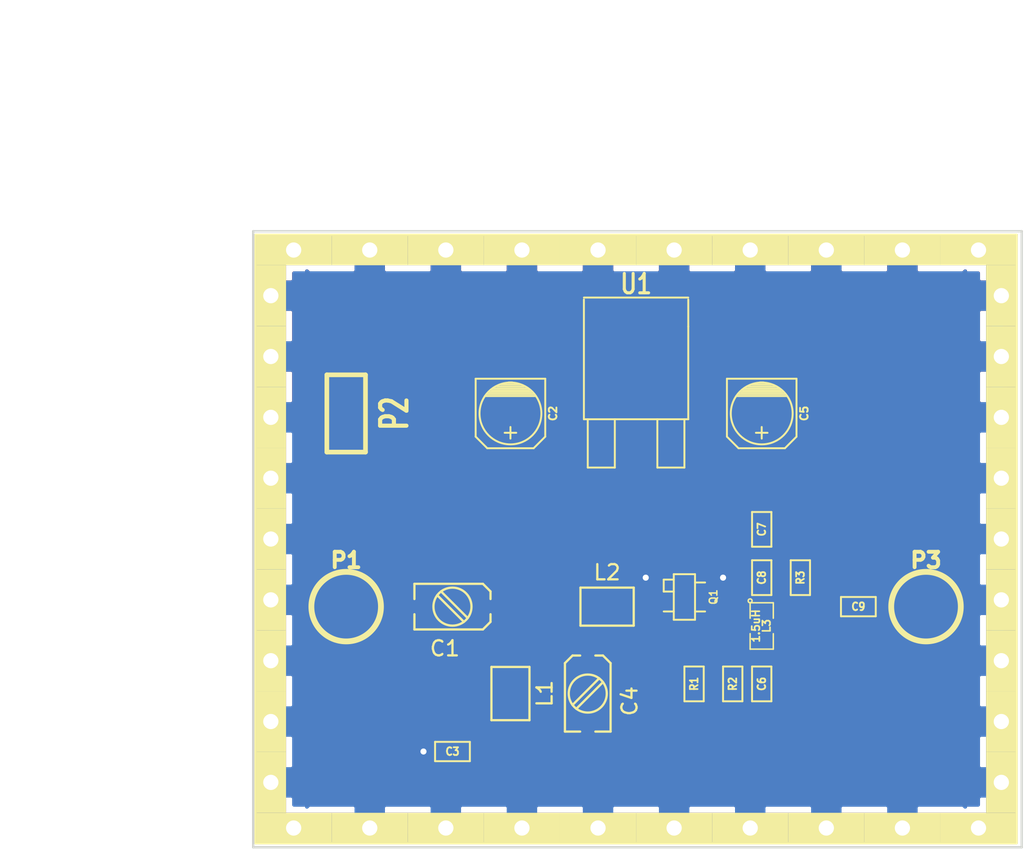
<source format=kicad_pcb>
(kicad_pcb (version 4) (host pcbnew "(2016-01-30 BZR 6528, Git 351752f)-product")

  (general
    (links 67)
    (no_connects 16)
    (area 95.221429 80.335 162.575001 122.575001)
    (thickness 1.6)
    (drawings 6)
    (tracks 71)
    (zones 0)
    (modules 21)
    (nets 13)
  )

  (page A4)
  (layers
    (0 F.Cu signal)
    (31 B.Cu signal)
    (32 B.Adhes user)
    (33 F.Adhes user)
    (34 B.Paste user)
    (35 F.Paste user)
    (36 B.SilkS user)
    (37 F.SilkS user)
    (38 B.Mask user)
    (39 F.Mask user)
    (40 Dwgs.User user)
    (41 Cmts.User user)
    (42 Eco1.User user)
    (43 Eco2.User user)
    (44 Edge.Cuts user)
    (45 Margin user)
    (46 B.CrtYd user)
    (47 F.CrtYd user)
    (48 B.Fab user)
    (49 F.Fab user)
  )

  (setup
    (last_trace_width 0.25)
    (user_trace_width 0.5)
    (user_trace_width 0.75)
    (user_trace_width 1)
    (user_trace_width 1.5)
    (trace_clearance 0.2)
    (zone_clearance 0.4)
    (zone_45_only no)
    (trace_min 0.2)
    (segment_width 0.2)
    (edge_width 0.15)
    (via_size 0.6)
    (via_drill 0.4)
    (via_min_size 0.6)
    (via_min_drill 0.2)
    (user_via 0.6 0.2)
    (uvia_size 0.3)
    (uvia_drill 0.1)
    (uvias_allowed no)
    (uvia_min_size 0.2)
    (uvia_min_drill 0.1)
    (pcb_text_width 0.3)
    (pcb_text_size 1.5 1.5)
    (mod_edge_width 0.15)
    (mod_text_size 1 1)
    (mod_text_width 0.15)
    (pad_size 2 2)
    (pad_drill 0)
    (pad_to_mask_clearance 0.2)
    (aux_axis_origin 0 0)
    (visible_elements FFFFFF7F)
    (pcbplotparams
      (layerselection 0x00030_ffffffff)
      (usegerberextensions false)
      (excludeedgelayer true)
      (linewidth 0.100000)
      (plotframeref false)
      (viasonmask false)
      (mode 1)
      (useauxorigin false)
      (hpglpennumber 1)
      (hpglpenspeed 20)
      (hpglpendiameter 15)
      (hpglpenoverlay 2)
      (psnegative false)
      (psa4output false)
      (plotreference true)
      (plotvalue true)
      (plotinvisibletext false)
      (padsonsilk false)
      (subtractmaskfromsilk false)
      (outputformat 1)
      (mirror false)
      (drillshape 1)
      (scaleselection 1)
      (outputdirectory ""))
  )

  (net 0 "")
  (net 1 "Net-(C1-Pad2)")
  (net 2 "Net-(C1-Pad1)")
  (net 3 "Net-(C2-Pad1)")
  (net 4 GND)
  (net 5 "Net-(C3-Pad1)")
  (net 6 "Net-(C4-Pad1)")
  (net 7 VCC)
  (net 8 "Net-(C6-Pad1)")
  (net 9 "Net-(C6-Pad2)")
  (net 10 "Net-(C8-Pad2)")
  (net 11 "Net-(C9-Pad1)")
  (net 12 "Net-(L2-Pad2)")

  (net_class Default "This is the default net class."
    (clearance 0.2)
    (trace_width 0.25)
    (via_dia 0.6)
    (via_drill 0.4)
    (uvia_dia 0.3)
    (uvia_drill 0.1)
    (add_net GND)
    (add_net "Net-(C1-Pad1)")
    (add_net "Net-(C1-Pad2)")
    (add_net "Net-(C2-Pad1)")
    (add_net "Net-(C3-Pad1)")
    (add_net "Net-(C4-Pad1)")
    (add_net "Net-(C6-Pad1)")
    (add_net "Net-(C6-Pad2)")
    (add_net "Net-(C8-Pad2)")
    (add_net "Net-(C9-Pad1)")
    (add_net "Net-(L2-Pad2)")
    (add_net VCC)
  )

  (module rfshield:Shield (layer F.Cu) (tedit 56AF1154) (tstamp 56AE8775)
    (at 137.16 102.235)
    (path /56AE7F5C)
    (fp_text reference P4 (at 0 0.5) (layer F.SilkS) hide
      (effects (font (size 1 1) (thickness 0.15)))
    )
    (fp_text value CONN_1 (at -38.735 -1.27) (layer F.Fab) hide
      (effects (font (size 1 1) (thickness 0.15)))
    )
    (fp_line (start -25 -20) (end 25 -20) (layer F.SilkS) (width 0.15))
    (fp_line (start 25 -20) (end 25 20) (layer F.SilkS) (width 0.15))
    (fp_line (start 25 20) (end -25 20) (layer F.SilkS) (width 0.15))
    (fp_line (start -25 20) (end -25 -20) (layer F.SilkS) (width 0.15))
    (pad 1 thru_hole rect (at 24 -16) (size 2 4) (drill 1) (layers *.Cu *.Mask F.SilkS)
      (net 4 GND))
    (pad 1 thru_hole rect (at 24 -12) (size 2 4) (drill 1) (layers *.Cu *.Mask F.SilkS)
      (net 4 GND))
    (pad 1 thru_hole rect (at 24 -8) (size 2 4) (drill 1) (layers *.Cu *.Mask F.SilkS)
      (net 4 GND))
    (pad 1 thru_hole rect (at 24 -4) (size 2 4) (drill 1) (layers *.Cu *.Mask F.SilkS)
      (net 4 GND))
    (pad 1 thru_hole rect (at 24 0) (size 2 4) (drill 1) (layers *.Cu *.Mask F.SilkS)
      (net 4 GND))
    (pad 1 thru_hole rect (at 24 4) (size 2 4) (drill 1) (layers *.Cu *.Mask F.SilkS)
      (net 4 GND))
    (pad 1 thru_hole rect (at 24 8) (size 2 4) (drill 1) (layers *.Cu *.Mask F.SilkS)
      (net 4 GND))
    (pad 1 thru_hole rect (at 24 12) (size 2 4) (drill 1) (layers *.Cu *.Mask F.SilkS)
      (net 4 GND))
    (pad 1 thru_hole rect (at 24 16) (size 2 4) (drill 1) (layers *.Cu *.Mask F.SilkS)
      (net 4 GND))
    (pad 1 thru_hole rect (at -24 16) (size 2 4) (drill 1) (layers *.Cu *.Mask F.SilkS)
      (net 4 GND))
    (pad 1 thru_hole rect (at -24 12) (size 2 4) (drill 1) (layers *.Cu *.Mask F.SilkS)
      (net 4 GND))
    (pad 1 thru_hole rect (at -24 8) (size 2 4) (drill 1) (layers *.Cu *.Mask F.SilkS)
      (net 4 GND))
    (pad 1 thru_hole rect (at -24 4) (size 2 4) (drill 1) (layers *.Cu *.Mask F.SilkS)
      (net 4 GND))
    (pad 1 thru_hole rect (at -24 0) (size 2 4) (drill 1) (layers *.Cu *.Mask F.SilkS)
      (net 4 GND))
    (pad 1 thru_hole rect (at -24 -4) (size 2 4) (drill 1) (layers *.Cu *.Mask F.SilkS)
      (net 4 GND))
    (pad 1 thru_hole rect (at -24 -8) (size 2 4) (drill 1) (layers *.Cu *.Mask F.SilkS)
      (net 4 GND))
    (pad 1 thru_hole rect (at -24 -12) (size 2 4) (drill 1) (layers *.Cu *.Mask F.SilkS)
      (net 4 GND))
    (pad 1 thru_hole rect (at -22.5 19) (size 5 2) (drill 1) (layers *.Cu *.Mask F.SilkS)
      (net 4 GND))
    (pad 1 thru_hole rect (at -17.5 19) (size 5 2) (drill 1) (layers *.Cu *.Mask F.SilkS)
      (net 4 GND))
    (pad 1 thru_hole rect (at -12.5 19) (size 5 2) (drill 1) (layers *.Cu *.Mask F.SilkS)
      (net 4 GND))
    (pad 1 thru_hole rect (at -7.5 19) (size 5 2) (drill 1) (layers *.Cu *.Mask F.SilkS)
      (net 4 GND))
    (pad 1 thru_hole rect (at -2.5 19) (size 5 2) (drill 1) (layers *.Cu *.Mask F.SilkS)
      (net 4 GND))
    (pad 1 thru_hole rect (at 2.5 19) (size 5 2) (drill 1) (layers *.Cu *.Mask F.SilkS)
      (net 4 GND))
    (pad 1 thru_hole rect (at 7.5 19) (size 5 2) (drill 1) (layers *.Cu *.Mask F.SilkS)
      (net 4 GND))
    (pad 1 thru_hole rect (at 12.5 19) (size 5 2) (drill 1) (layers *.Cu *.Mask F.SilkS)
      (net 4 GND))
    (pad 1 thru_hole rect (at 17.5 19) (size 5 2) (drill 1) (layers *.Cu *.Mask F.SilkS)
      (net 4 GND))
    (pad 1 thru_hole rect (at 22.5 19) (size 5 2) (drill 1) (layers *.Cu *.Mask F.SilkS)
      (net 4 GND))
    (pad 1 thru_hole rect (at 22.5 -19) (size 5 2) (drill 1) (layers *.Cu *.Mask F.SilkS)
      (net 4 GND))
    (pad 1 thru_hole rect (at 17.5 -19) (size 5 2) (drill 1) (layers *.Cu *.Mask F.SilkS)
      (net 4 GND))
    (pad 1 thru_hole rect (at 12.5 -19) (size 5 2) (drill 1) (layers *.Cu *.Mask F.SilkS)
      (net 4 GND))
    (pad 1 thru_hole rect (at 7.5 -19) (size 5 2) (drill 1) (layers *.Cu *.Mask F.SilkS)
      (net 4 GND))
    (pad 1 thru_hole rect (at 2.5 -19) (size 5 2) (drill 1) (layers *.Cu *.Mask F.SilkS)
      (net 4 GND))
    (pad 1 thru_hole rect (at -2.5 -19) (size 5 2) (drill 1) (layers *.Cu *.Mask F.SilkS)
      (net 4 GND))
    (pad 1 thru_hole rect (at -7.5 -19) (size 5 2) (drill 1) (layers *.Cu *.Mask F.SilkS)
      (net 4 GND))
    (pad 1 thru_hole rect (at -12.5 -19) (size 5 2) (drill 1) (layers *.Cu *.Mask F.SilkS)
      (net 4 GND))
    (pad 1 thru_hole rect (at -17.5 -19) (size 5 2) (drill 1) (layers *.Cu *.Mask F.SilkS)
      (net 4 GND))
    (pad 1 thru_hole rect (at -22.5 -19) (size 5 2) (drill 1) (layers *.Cu *.Mask F.SilkS)
      (net 4 GND))
    (pad 1 thru_hole rect (at -24 -16) (size 2 4) (drill 1) (layers *.Cu *.Mask F.SilkS)
      (net 4 GND))
  )

  (module tzc3:TZC3 (layer F.Cu) (tedit 56AF7283) (tstamp 56AD4893)
    (at 125.095 106.68 180)
    (path /56AD345C)
    (fp_text reference C1 (at 0.5 -2.75 180) (layer F.SilkS)
      (effects (font (size 1 1) (thickness 0.15)))
    )
    (fp_text value 2-10pF (at 0.5 -4.25 180) (layer F.Fab) hide
      (effects (font (size 1 1) (thickness 0.15)))
    )
    (fp_line (start -0.75 -1) (end 1 0.75) (layer F.SilkS) (width 0.15))
    (fp_line (start -1 -0.75) (end 0.75 1) (layer F.SilkS) (width 0.15))
    (fp_circle (center 0 0) (end 0 -1.25) (layer F.SilkS) (width 0.15))
    (fp_line (start -2.5 0.5) (end -2.5 1) (layer F.SilkS) (width 0.15))
    (fp_line (start -2.5 1) (end -2 1.5) (layer F.SilkS) (width 0.15))
    (fp_line (start -2 1.5) (end 2.5 1.5) (layer F.SilkS) (width 0.15))
    (fp_line (start 2.5 1.5) (end 2.5 0.5) (layer F.SilkS) (width 0.15))
    (fp_line (start -2.5 -0.5) (end -2.5 -1) (layer F.SilkS) (width 0.15))
    (fp_line (start -2.5 -1) (end -2 -1.5) (layer F.SilkS) (width 0.15))
    (fp_line (start -2 -1.5) (end 2.5 -1.5) (layer F.SilkS) (width 0.15))
    (fp_line (start 2.5 -1.5) (end 2.5 -0.5) (layer F.SilkS) (width 0.15))
    (pad 2 smd rect (at 2.25 0 180) (size 1.2 1) (layers F.Cu F.Paste F.Mask)
      (net 1 "Net-(C1-Pad2)"))
    (pad 1 smd rect (at -2.25 0 180) (size 1.2 1) (layers F.Cu F.Paste F.Mask)
      (net 2 "Net-(C1-Pad1)"))
  )

  (module smd_capacitors:c_elec_4x4.5 (layer F.Cu) (tedit 49F5A3C5) (tstamp 56AD4899)
    (at 128.905 93.98 270)
    (descr "SMT capacitor, aluminium electrolytic, 4x4.5")
    (path /56AD539C)
    (fp_text reference C2 (at 0 -2.794 270) (layer F.SilkS)
      (effects (font (size 0.50038 0.50038) (thickness 0.11938)))
    )
    (fp_text value 1uF (at 0 2.794 270) (layer F.SilkS) hide
      (effects (font (size 0.50038 0.50038) (thickness 0.11938)))
    )
    (fp_line (start 1.651 0) (end 0.889 0) (layer F.SilkS) (width 0.127))
    (fp_line (start 1.27 -0.381) (end 1.27 0.381) (layer F.SilkS) (width 0.127))
    (fp_line (start 1.524 2.286) (end -2.286 2.286) (layer F.SilkS) (width 0.127))
    (fp_line (start 2.286 -1.524) (end 2.286 1.524) (layer F.SilkS) (width 0.127))
    (fp_line (start 1.524 2.286) (end 2.286 1.524) (layer F.SilkS) (width 0.127))
    (fp_line (start 1.524 -2.286) (end -2.286 -2.286) (layer F.SilkS) (width 0.127))
    (fp_line (start 1.524 -2.286) (end 2.286 -1.524) (layer F.SilkS) (width 0.127))
    (fp_line (start -2.032 0.127) (end -2.032 -0.127) (layer F.SilkS) (width 0.127))
    (fp_line (start -1.905 -0.635) (end -1.905 0.635) (layer F.SilkS) (width 0.127))
    (fp_line (start -1.778 0.889) (end -1.778 -0.889) (layer F.SilkS) (width 0.127))
    (fp_line (start -1.651 1.143) (end -1.651 -1.143) (layer F.SilkS) (width 0.127))
    (fp_line (start -1.524 -1.27) (end -1.524 1.27) (layer F.SilkS) (width 0.127))
    (fp_line (start -1.397 1.397) (end -1.397 -1.397) (layer F.SilkS) (width 0.127))
    (fp_line (start -1.27 -1.524) (end -1.27 1.524) (layer F.SilkS) (width 0.127))
    (fp_line (start -1.143 -1.651) (end -1.143 1.651) (layer F.SilkS) (width 0.127))
    (fp_circle (center 0 0) (end -2.032 0) (layer F.SilkS) (width 0.127))
    (fp_line (start -2.286 -2.286) (end -2.286 2.286) (layer F.SilkS) (width 0.127))
    (pad 1 smd rect (at 1.80086 0 270) (size 2.60096 1.6002) (layers F.Cu F.Paste F.Mask)
      (net 3 "Net-(C2-Pad1)"))
    (pad 2 smd rect (at -1.80086 0 270) (size 2.60096 1.6002) (layers F.Cu F.Paste F.Mask)
      (net 4 GND))
    (model smd/capacitors/c_elec_4x4_5.wrl
      (at (xyz 0 0 0))
      (scale (xyz 1 1 1))
      (rotate (xyz 0 0 0))
    )
  )

  (module libcms:SM0603 (layer F.Cu) (tedit 4E43A3D1) (tstamp 56AD489F)
    (at 125.095 116.205 180)
    (path /56AD3650)
    (attr smd)
    (fp_text reference C3 (at 0 0 180) (layer F.SilkS)
      (effects (font (size 0.508 0.4572) (thickness 0.1143)))
    )
    (fp_text value 33pF (at 0 0 180) (layer F.SilkS) hide
      (effects (font (size 0.508 0.4572) (thickness 0.1143)))
    )
    (fp_line (start -1.143 -0.635) (end 1.143 -0.635) (layer F.SilkS) (width 0.127))
    (fp_line (start 1.143 -0.635) (end 1.143 0.635) (layer F.SilkS) (width 0.127))
    (fp_line (start 1.143 0.635) (end -1.143 0.635) (layer F.SilkS) (width 0.127))
    (fp_line (start -1.143 0.635) (end -1.143 -0.635) (layer F.SilkS) (width 0.127))
    (pad 1 smd rect (at -0.762 0 180) (size 0.635 1.143) (layers F.Cu F.Paste F.Mask)
      (net 5 "Net-(C3-Pad1)"))
    (pad 2 smd rect (at 0.762 0 180) (size 0.635 1.143) (layers F.Cu F.Paste F.Mask)
      (net 4 GND))
    (model smd\resistors\R0603.wrl
      (at (xyz 0 0 0.001))
      (scale (xyz 0.5 0.5 0.5))
      (rotate (xyz 0 0 0))
    )
  )

  (module tzc3:TZC3 (layer F.Cu) (tedit 56AF7292) (tstamp 56AD48A5)
    (at 133.985 112.395 270)
    (path /56AD381A)
    (fp_text reference C4 (at 0.5 -2.75 270) (layer F.SilkS)
      (effects (font (size 1 1) (thickness 0.15)))
    )
    (fp_text value 2-10pf (at 0.5 -4.25 270) (layer F.Fab) hide
      (effects (font (size 1 1) (thickness 0.15)))
    )
    (fp_line (start -0.75 -1) (end 1 0.75) (layer F.SilkS) (width 0.15))
    (fp_line (start -1 -0.75) (end 0.75 1) (layer F.SilkS) (width 0.15))
    (fp_circle (center 0 0) (end 0 -1.25) (layer F.SilkS) (width 0.15))
    (fp_line (start -2.5 0.5) (end -2.5 1) (layer F.SilkS) (width 0.15))
    (fp_line (start -2.5 1) (end -2 1.5) (layer F.SilkS) (width 0.15))
    (fp_line (start -2 1.5) (end 2.5 1.5) (layer F.SilkS) (width 0.15))
    (fp_line (start 2.5 1.5) (end 2.5 0.5) (layer F.SilkS) (width 0.15))
    (fp_line (start -2.5 -0.5) (end -2.5 -1) (layer F.SilkS) (width 0.15))
    (fp_line (start -2.5 -1) (end -2 -1.5) (layer F.SilkS) (width 0.15))
    (fp_line (start -2 -1.5) (end 2.5 -1.5) (layer F.SilkS) (width 0.15))
    (fp_line (start 2.5 -1.5) (end 2.5 -0.5) (layer F.SilkS) (width 0.15))
    (pad 2 smd rect (at 2.25 0 270) (size 1.2 1) (layers F.Cu F.Paste F.Mask)
      (net 5 "Net-(C3-Pad1)"))
    (pad 1 smd rect (at -2.25 0 270) (size 1.2 1) (layers F.Cu F.Paste F.Mask)
      (net 6 "Net-(C4-Pad1)"))
  )

  (module smd_capacitors:c_elec_4x4.5 (layer F.Cu) (tedit 49F5A3C5) (tstamp 56AD48AB)
    (at 145.415 93.98 270)
    (descr "SMT capacitor, aluminium electrolytic, 4x4.5")
    (path /56AD5334)
    (fp_text reference C5 (at 0 -2.794 270) (layer F.SilkS)
      (effects (font (size 0.50038 0.50038) (thickness 0.11938)))
    )
    (fp_text value 1uF (at 0 2.794 270) (layer F.SilkS) hide
      (effects (font (size 0.50038 0.50038) (thickness 0.11938)))
    )
    (fp_line (start 1.651 0) (end 0.889 0) (layer F.SilkS) (width 0.127))
    (fp_line (start 1.27 -0.381) (end 1.27 0.381) (layer F.SilkS) (width 0.127))
    (fp_line (start 1.524 2.286) (end -2.286 2.286) (layer F.SilkS) (width 0.127))
    (fp_line (start 2.286 -1.524) (end 2.286 1.524) (layer F.SilkS) (width 0.127))
    (fp_line (start 1.524 2.286) (end 2.286 1.524) (layer F.SilkS) (width 0.127))
    (fp_line (start 1.524 -2.286) (end -2.286 -2.286) (layer F.SilkS) (width 0.127))
    (fp_line (start 1.524 -2.286) (end 2.286 -1.524) (layer F.SilkS) (width 0.127))
    (fp_line (start -2.032 0.127) (end -2.032 -0.127) (layer F.SilkS) (width 0.127))
    (fp_line (start -1.905 -0.635) (end -1.905 0.635) (layer F.SilkS) (width 0.127))
    (fp_line (start -1.778 0.889) (end -1.778 -0.889) (layer F.SilkS) (width 0.127))
    (fp_line (start -1.651 1.143) (end -1.651 -1.143) (layer F.SilkS) (width 0.127))
    (fp_line (start -1.524 -1.27) (end -1.524 1.27) (layer F.SilkS) (width 0.127))
    (fp_line (start -1.397 1.397) (end -1.397 -1.397) (layer F.SilkS) (width 0.127))
    (fp_line (start -1.27 -1.524) (end -1.27 1.524) (layer F.SilkS) (width 0.127))
    (fp_line (start -1.143 -1.651) (end -1.143 1.651) (layer F.SilkS) (width 0.127))
    (fp_circle (center 0 0) (end -2.032 0) (layer F.SilkS) (width 0.127))
    (fp_line (start -2.286 -2.286) (end -2.286 2.286) (layer F.SilkS) (width 0.127))
    (pad 1 smd rect (at 1.80086 0 270) (size 2.60096 1.6002) (layers F.Cu F.Paste F.Mask)
      (net 7 VCC))
    (pad 2 smd rect (at -1.80086 0 270) (size 2.60096 1.6002) (layers F.Cu F.Paste F.Mask)
      (net 4 GND))
    (model smd/capacitors/c_elec_4x4_5.wrl
      (at (xyz 0 0 0))
      (scale (xyz 1 1 1))
      (rotate (xyz 0 0 0))
    )
  )

  (module libcms:SM0603 (layer F.Cu) (tedit 56AD4D6B) (tstamp 56AD48B1)
    (at 145.415 111.76 90)
    (path /56AD3A08)
    (attr smd)
    (fp_text reference C6 (at 0 0 90) (layer F.SilkS)
      (effects (font (size 0.508 0.4572) (thickness 0.1143)))
    )
    (fp_text value 10nF (at 0 0 90) (layer F.SilkS) hide
      (effects (font (size 0.508 0.4572) (thickness 0.1143)))
    )
    (fp_line (start -1.143 -0.635) (end 1.143 -0.635) (layer F.SilkS) (width 0.127))
    (fp_line (start 1.143 -0.635) (end 1.143 0.635) (layer F.SilkS) (width 0.127))
    (fp_line (start 1.143 0.635) (end -1.143 0.635) (layer F.SilkS) (width 0.127))
    (fp_line (start -1.143 0.635) (end -1.143 -0.635) (layer F.SilkS) (width 0.127))
    (pad 1 smd rect (at -0.762 0 90) (size 0.635 1.143) (layers F.Cu F.Paste F.Mask)
      (net 8 "Net-(C6-Pad1)"))
    (pad 2 smd rect (at 0.762 0 90) (size 0.635 1.143) (layers F.Cu F.Paste F.Mask)
      (net 9 "Net-(C6-Pad2)"))
    (model smd\resistors\R0603.wrl
      (at (xyz 0 0 0.001))
      (scale (xyz 0.5 0.5 0.5))
      (rotate (xyz 0 0 0))
    )
  )

  (module libcms:SM0603 (layer F.Cu) (tedit 56AD4D77) (tstamp 56AD48B7)
    (at 145.415 101.6 90)
    (path /56AD4417)
    (attr smd)
    (fp_text reference C7 (at 0 0 90) (layer F.SilkS)
      (effects (font (size 0.508 0.4572) (thickness 0.1143)))
    )
    (fp_text value 20nF (at 0 0 90) (layer F.SilkS) hide
      (effects (font (size 0.508 0.4572) (thickness 0.1143)))
    )
    (fp_line (start -1.143 -0.635) (end 1.143 -0.635) (layer F.SilkS) (width 0.127))
    (fp_line (start 1.143 -0.635) (end 1.143 0.635) (layer F.SilkS) (width 0.127))
    (fp_line (start 1.143 0.635) (end -1.143 0.635) (layer F.SilkS) (width 0.127))
    (fp_line (start -1.143 0.635) (end -1.143 -0.635) (layer F.SilkS) (width 0.127))
    (pad 1 smd rect (at -0.762 0 90) (size 0.635 1.143) (layers F.Cu F.Paste F.Mask)
      (net 4 GND))
    (pad 2 smd rect (at 0.762 0 90) (size 0.635 1.143) (layers F.Cu F.Paste F.Mask)
      (net 7 VCC))
    (model smd\resistors\R0603.wrl
      (at (xyz 0 0 0.001))
      (scale (xyz 0.5 0.5 0.5))
      (rotate (xyz 0 0 0))
    )
  )

  (module libcms:SM0603 (layer F.Cu) (tedit 56AD4D22) (tstamp 56AD48BD)
    (at 145.415 104.775 270)
    (path /56AD4323)
    (attr smd)
    (fp_text reference C8 (at 0 0 270) (layer F.SilkS)
      (effects (font (size 0.508 0.4572) (thickness 0.1143)))
    )
    (fp_text value 680pF (at 0 0 270) (layer F.SilkS) hide
      (effects (font (size 0.508 0.4572) (thickness 0.1143)))
    )
    (fp_line (start -1.143 -0.635) (end 1.143 -0.635) (layer F.SilkS) (width 0.127))
    (fp_line (start 1.143 -0.635) (end 1.143 0.635) (layer F.SilkS) (width 0.127))
    (fp_line (start 1.143 0.635) (end -1.143 0.635) (layer F.SilkS) (width 0.127))
    (fp_line (start -1.143 0.635) (end -1.143 -0.635) (layer F.SilkS) (width 0.127))
    (pad 1 smd rect (at -0.762 0 270) (size 0.635 1.143) (layers F.Cu F.Paste F.Mask)
      (net 4 GND))
    (pad 2 smd rect (at 0.762 0 270) (size 0.635 1.143) (layers F.Cu F.Paste F.Mask)
      (net 10 "Net-(C8-Pad2)"))
    (model smd\resistors\R0603.wrl
      (at (xyz 0 0 0.001))
      (scale (xyz 0.5 0.5 0.5))
      (rotate (xyz 0 0 0))
    )
  )

  (module libcms:SM0603 (layer F.Cu) (tedit 4E43A3D1) (tstamp 56AD48C3)
    (at 151.765 106.68 180)
    (path /56AD412D)
    (attr smd)
    (fp_text reference C9 (at 0 0 180) (layer F.SilkS)
      (effects (font (size 0.508 0.4572) (thickness 0.1143)))
    )
    (fp_text value 6.8pF (at 0 0 180) (layer F.SilkS) hide
      (effects (font (size 0.508 0.4572) (thickness 0.1143)))
    )
    (fp_line (start -1.143 -0.635) (end 1.143 -0.635) (layer F.SilkS) (width 0.127))
    (fp_line (start 1.143 -0.635) (end 1.143 0.635) (layer F.SilkS) (width 0.127))
    (fp_line (start 1.143 0.635) (end -1.143 0.635) (layer F.SilkS) (width 0.127))
    (fp_line (start -1.143 0.635) (end -1.143 -0.635) (layer F.SilkS) (width 0.127))
    (pad 1 smd rect (at -0.762 0 180) (size 0.635 1.143) (layers F.Cu F.Paste F.Mask)
      (net 11 "Net-(C9-Pad1)"))
    (pad 2 smd rect (at 0.762 0 180) (size 0.635 1.143) (layers F.Cu F.Paste F.Mask)
      (net 9 "Net-(C6-Pad2)"))
    (model smd\resistors\R0603.wrl
      (at (xyz 0 0 0.001))
      (scale (xyz 0.5 0.5 0.5))
      (rotate (xyz 0 0 0))
    )
  )

  (module SM1008:SM1008 (layer F.Cu) (tedit 56AF729D) (tstamp 56AD48C9)
    (at 128.905 112.395 270)
    (path /56AD3311)
    (fp_text reference L1 (at 0 -2.25 270) (layer F.SilkS)
      (effects (font (size 1 1) (thickness 0.15)))
    )
    (fp_text value 400nH (at 0 -3.75 270) (layer F.Fab) hide
      (effects (font (size 1 1) (thickness 0.15)))
    )
    (fp_line (start -1.75 -1.25) (end 1.75 -1.25) (layer F.SilkS) (width 0.15))
    (fp_line (start 1.75 -1.25) (end 1.75 1.25) (layer F.SilkS) (width 0.15))
    (fp_line (start 1.75 1.25) (end -1.75 1.25) (layer F.SilkS) (width 0.15))
    (fp_line (start -1.75 1.25) (end -1.75 -1.25) (layer F.SilkS) (width 0.15))
    (pad 2 smd rect (at 1.135 0 270) (size 1.1 2.54) (layers F.Cu F.Paste F.Mask)
      (net 5 "Net-(C3-Pad1)"))
    (pad 1 smd rect (at -1.135 0 270) (size 1.1 2.54) (layers F.Cu F.Paste F.Mask)
      (net 2 "Net-(C1-Pad1)"))
  )

  (module SM1008:SM1008 (layer F.Cu) (tedit 56AF7289) (tstamp 56AD48CF)
    (at 135.255 106.68)
    (path /56AD3814)
    (fp_text reference L2 (at 0 -2.25) (layer F.SilkS)
      (effects (font (size 1 1) (thickness 0.15)))
    )
    (fp_text value 400nH (at 0 -3.75) (layer F.Fab) hide
      (effects (font (size 1 1) (thickness 0.15)))
    )
    (fp_line (start -1.75 -1.25) (end 1.75 -1.25) (layer F.SilkS) (width 0.15))
    (fp_line (start 1.75 -1.25) (end 1.75 1.25) (layer F.SilkS) (width 0.15))
    (fp_line (start 1.75 1.25) (end -1.75 1.25) (layer F.SilkS) (width 0.15))
    (fp_line (start -1.75 1.25) (end -1.75 -1.25) (layer F.SilkS) (width 0.15))
    (pad 2 smd rect (at 1.135 0) (size 1.1 2.54) (layers F.Cu F.Paste F.Mask)
      (net 12 "Net-(L2-Pad2)"))
    (pad 1 smd rect (at -1.135 0) (size 1.1 2.54) (layers F.Cu F.Paste F.Mask)
      (net 6 "Net-(C4-Pad1)"))
  )

  (module libcms:SM0805 (layer F.Cu) (tedit 5091495C) (tstamp 56AD48D5)
    (at 145.415 107.95 270)
    (path /56AD3F42)
    (attr smd)
    (fp_text reference L3 (at 0 -0.3175 270) (layer F.SilkS)
      (effects (font (size 0.50038 0.50038) (thickness 0.10922)))
    )
    (fp_text value 1.5uH (at 0 0.381 270) (layer F.SilkS)
      (effects (font (size 0.50038 0.50038) (thickness 0.10922)))
    )
    (fp_circle (center -1.651 0.762) (end -1.651 0.635) (layer F.SilkS) (width 0.09906))
    (fp_line (start -0.508 0.762) (end -1.524 0.762) (layer F.SilkS) (width 0.09906))
    (fp_line (start -1.524 0.762) (end -1.524 -0.762) (layer F.SilkS) (width 0.09906))
    (fp_line (start -1.524 -0.762) (end -0.508 -0.762) (layer F.SilkS) (width 0.09906))
    (fp_line (start 0.508 -0.762) (end 1.524 -0.762) (layer F.SilkS) (width 0.09906))
    (fp_line (start 1.524 -0.762) (end 1.524 0.762) (layer F.SilkS) (width 0.09906))
    (fp_line (start 1.524 0.762) (end 0.508 0.762) (layer F.SilkS) (width 0.09906))
    (pad 1 smd rect (at -0.9525 0 270) (size 0.889 1.397) (layers F.Cu F.Paste F.Mask)
      (net 10 "Net-(C8-Pad2)"))
    (pad 2 smd rect (at 0.9525 0 270) (size 0.889 1.397) (layers F.Cu F.Paste F.Mask)
      (net 9 "Net-(C6-Pad2)"))
    (model smd/chip_cms.wrl
      (at (xyz 0 0 0))
      (scale (xyz 0.1 0.1 0.1))
      (rotate (xyz 0 0 0))
    )
  )

  (module connect:1pin (layer F.Cu) (tedit 56AF1290) (tstamp 56AD48DA)
    (at 118.11 106.68)
    (descr "module 1 pin (ou trou mecanique de percage)")
    (tags DEV)
    (path /56AD30C3)
    (fp_text reference P1 (at 0 -3.048) (layer F.SilkS)
      (effects (font (size 1.016 1.016) (thickness 0.254)))
    )
    (fp_text value CONN_1 (at 0 2.794) (layer F.SilkS) hide
      (effects (font (size 1.016 1.016) (thickness 0.254)))
    )
    (fp_circle (center 0 0) (end 0 -2.286) (layer F.SilkS) (width 0.381))
    (pad 1 smd circle (at 0 0) (size 2.5 2.5) (layers F.Cu F.Paste F.Mask)
      (net 1 "Net-(C1-Pad2)"))
  )

  (module connect:SIL-2 (layer F.Cu) (tedit 56AF72A9) (tstamp 56AD48E0)
    (at 118.11 93.98 270)
    (descr "Connecteurs 2 pins")
    (tags "CONN DEV")
    (path /56AD582D)
    (fp_text reference P2 (at 0 -3.175 270) (layer F.SilkS)
      (effects (font (size 1.72974 1.08712) (thickness 0.3048)))
    )
    (fp_text value CONN_2 (at 0 -2.54 270) (layer F.SilkS) hide
      (effects (font (size 1.524 1.016) (thickness 0.3048)))
    )
    (fp_line (start -2.54 1.27) (end -2.54 -1.27) (layer F.SilkS) (width 0.3048))
    (fp_line (start -2.54 -1.27) (end 2.54 -1.27) (layer F.SilkS) (width 0.3048))
    (fp_line (start 2.54 -1.27) (end 2.54 1.27) (layer F.SilkS) (width 0.3048))
    (fp_line (start 2.54 1.27) (end -2.54 1.27) (layer F.SilkS) (width 0.3048))
    (pad 1 smd rect (at -1.27 0 270) (size 2 2) (layers F.Cu F.Paste F.Mask)
      (net 4 GND))
    (pad 2 smd circle (at 1.27 0 270) (size 2 2) (layers F.Cu F.Paste F.Mask)
      (net 3 "Net-(C2-Pad1)"))
  )

  (module connect:1pin (layer F.Cu) (tedit 56AF1285) (tstamp 56AD48E5)
    (at 156.21 106.68)
    (descr "module 1 pin (ou trou mecanique de percage)")
    (tags DEV)
    (path /56AD4ED5)
    (fp_text reference P3 (at 0 -3.048) (layer F.SilkS)
      (effects (font (size 1.016 1.016) (thickness 0.254)))
    )
    (fp_text value CONN_1 (at 0 2.794) (layer F.SilkS) hide
      (effects (font (size 1.016 1.016) (thickness 0.254)))
    )
    (fp_circle (center 0 0) (end 0 -2.286) (layer F.SilkS) (width 0.381))
    (pad 1 smd circle (at 0 0) (size 2.5 2.5) (layers F.Cu F.Paste F.Mask)
      (net 11 "Net-(C9-Pad1)"))
  )

  (module libcms:SM0603 (layer F.Cu) (tedit 4E43A3D1) (tstamp 56AD48F3)
    (at 140.97 111.76 90)
    (path /56AD395C)
    (attr smd)
    (fp_text reference R1 (at 0 0 90) (layer F.SilkS)
      (effects (font (size 0.508 0.4572) (thickness 0.1143)))
    )
    (fp_text value 1k (at 0 0 90) (layer F.SilkS) hide
      (effects (font (size 0.508 0.4572) (thickness 0.1143)))
    )
    (fp_line (start -1.143 -0.635) (end 1.143 -0.635) (layer F.SilkS) (width 0.127))
    (fp_line (start 1.143 -0.635) (end 1.143 0.635) (layer F.SilkS) (width 0.127))
    (fp_line (start 1.143 0.635) (end -1.143 0.635) (layer F.SilkS) (width 0.127))
    (fp_line (start -1.143 0.635) (end -1.143 -0.635) (layer F.SilkS) (width 0.127))
    (pad 1 smd rect (at -0.762 0 90) (size 0.635 1.143) (layers F.Cu F.Paste F.Mask)
      (net 8 "Net-(C6-Pad1)"))
    (pad 2 smd rect (at 0.762 0 90) (size 0.635 1.143) (layers F.Cu F.Paste F.Mask)
      (net 12 "Net-(L2-Pad2)"))
    (model smd\resistors\R0603.wrl
      (at (xyz 0 0 0.001))
      (scale (xyz 0.5 0.5 0.5))
      (rotate (xyz 0 0 0))
    )
  )

  (module libcms:SM0603 (layer F.Cu) (tedit 56AD4D68) (tstamp 56AD48F9)
    (at 143.51 111.76 90)
    (path /56AD3C55)
    (attr smd)
    (fp_text reference R2 (at 0 0 90) (layer F.SilkS)
      (effects (font (size 0.508 0.4572) (thickness 0.1143)))
    )
    (fp_text value 47k (at 0 0 90) (layer F.SilkS) hide
      (effects (font (size 0.508 0.4572) (thickness 0.1143)))
    )
    (fp_line (start -1.143 -0.635) (end 1.143 -0.635) (layer F.SilkS) (width 0.127))
    (fp_line (start 1.143 -0.635) (end 1.143 0.635) (layer F.SilkS) (width 0.127))
    (fp_line (start 1.143 0.635) (end -1.143 0.635) (layer F.SilkS) (width 0.127))
    (fp_line (start -1.143 0.635) (end -1.143 -0.635) (layer F.SilkS) (width 0.127))
    (pad 1 smd rect (at -0.762 0 90) (size 0.635 1.143) (layers F.Cu F.Paste F.Mask)
      (net 8 "Net-(C6-Pad1)"))
    (pad 2 smd rect (at 0.762 0 90) (size 0.635 1.143) (layers F.Cu F.Paste F.Mask)
      (net 9 "Net-(C6-Pad2)"))
    (model smd\resistors\R0603.wrl
      (at (xyz 0 0 0.001))
      (scale (xyz 0.5 0.5 0.5))
      (rotate (xyz 0 0 0))
    )
  )

  (module libcms:SM0603 (layer F.Cu) (tedit 4E43A3D1) (tstamp 56AD48FF)
    (at 147.955 104.775 270)
    (path /56AD4269)
    (attr smd)
    (fp_text reference R3 (at 0 0 270) (layer F.SilkS)
      (effects (font (size 0.508 0.4572) (thickness 0.1143)))
    )
    (fp_text value 82 (at 0 0 270) (layer F.SilkS) hide
      (effects (font (size 0.508 0.4572) (thickness 0.1143)))
    )
    (fp_line (start -1.143 -0.635) (end 1.143 -0.635) (layer F.SilkS) (width 0.127))
    (fp_line (start 1.143 -0.635) (end 1.143 0.635) (layer F.SilkS) (width 0.127))
    (fp_line (start 1.143 0.635) (end -1.143 0.635) (layer F.SilkS) (width 0.127))
    (fp_line (start -1.143 0.635) (end -1.143 -0.635) (layer F.SilkS) (width 0.127))
    (pad 1 smd rect (at -0.762 0 270) (size 0.635 1.143) (layers F.Cu F.Paste F.Mask)
      (net 7 VCC))
    (pad 2 smd rect (at 0.762 0 270) (size 0.635 1.143) (layers F.Cu F.Paste F.Mask)
      (net 10 "Net-(C8-Pad2)"))
    (model smd\resistors\R0603.wrl
      (at (xyz 0 0 0.001))
      (scale (xyz 0.5 0.5 0.5))
      (rotate (xyz 0 0 0))
    )
  )

  (module libcms:DPAK2 (layer F.Cu) (tedit 56AF72B8) (tstamp 56AD4906)
    (at 137.16 95.885)
    (descr "MOS boitier DPACK G-D-S")
    (tags "CMD DPACK")
    (path /56AD502D)
    (attr smd)
    (fp_text reference U1 (at 0 -10.414) (layer F.SilkS)
      (effects (font (size 1.27 1.016) (thickness 0.2032)))
    )
    (fp_text value LM7810CT (at 0 -2.413) (layer F.SilkS) hide
      (effects (font (size 1.016 1.016) (thickness 0.2032)))
    )
    (fp_line (start 1.397 -1.524) (end 1.397 1.651) (layer F.SilkS) (width 0.127))
    (fp_line (start 1.397 1.651) (end 3.175 1.651) (layer F.SilkS) (width 0.127))
    (fp_line (start 3.175 1.651) (end 3.175 -1.524) (layer F.SilkS) (width 0.127))
    (fp_line (start -3.175 -1.524) (end -3.175 1.651) (layer F.SilkS) (width 0.127))
    (fp_line (start -3.175 1.651) (end -1.397 1.651) (layer F.SilkS) (width 0.127))
    (fp_line (start -1.397 1.651) (end -1.397 -1.524) (layer F.SilkS) (width 0.127))
    (fp_line (start 3.429 -7.62) (end 3.429 -1.524) (layer F.SilkS) (width 0.127))
    (fp_line (start 3.429 -1.524) (end -3.429 -1.524) (layer F.SilkS) (width 0.127))
    (fp_line (start -3.429 -1.524) (end -3.429 -9.398) (layer F.SilkS) (width 0.127))
    (fp_line (start -3.429 -9.525) (end 3.429 -9.525) (layer F.SilkS) (width 0.127))
    (fp_line (start 3.429 -9.398) (end 3.429 -7.62) (layer F.SilkS) (width 0.127))
    (pad 1 smd rect (at -2.286 0) (size 1.651 3.048) (layers F.Cu F.Paste F.Mask)
      (net 3 "Net-(C2-Pad1)"))
    (pad 2 smd rect (at 0 -6.35) (size 6.096 6.096) (layers F.Cu F.Paste F.Mask)
      (net 4 GND))
    (pad 3 smd rect (at 2.286 0) (size 1.651 3.048) (layers F.Cu F.Paste F.Mask)
      (net 7 VCC))
    (model smd/dpack_2.wrl
      (at (xyz 0 0 0))
      (scale (xyz 1 1 1))
      (rotate (xyz 0 0 0))
    )
  )

  (module bfg540w:sot143B (layer F.Cu) (tedit 56AF0F7B) (tstamp 56AF104D)
    (at 140.335 106.045 270)
    (descr SOT143B)
    (path /56AD3856)
    (fp_text reference Q1 (at 0 -1.905 270) (layer F.SilkS)
      (effects (font (size 0.50038 0.50038) (thickness 0.09906)))
    )
    (fp_text value BFG540W (at 0 0 270) (layer F.SilkS) hide
      (effects (font (size 0.50038 0.50038) (thickness 0.09906)))
    )
    (fp_line (start -1.143 1.3589) (end -0.3556 1.3589) (layer F.SilkS) (width 0.127))
    (fp_line (start -0.3556 0.6985) (end -0.3556 1.3589) (layer F.SilkS) (width 0.127))
    (fp_line (start -0.9525 -0.6985) (end -0.9525 -1.3589) (layer F.SilkS) (width 0.127))
    (fp_line (start 0.9525 0.6985) (end 0.9525 1.3589) (layer F.SilkS) (width 0.127))
    (fp_line (start -1.143 0.6985) (end -1.143 1.3589) (layer F.SilkS) (width 0.127))
    (fp_line (start 0.9525 -0.6985) (end 0.9525 -1.3589) (layer F.SilkS) (width 0.127))
    (fp_line (start -1.4986 -0.6985) (end 1.4986 -0.6985) (layer F.SilkS) (width 0.127))
    (fp_line (start 1.4986 -0.6985) (end 1.4986 0.6985) (layer F.SilkS) (width 0.127))
    (fp_line (start 1.4986 0.6985) (end -1.4986 0.6985) (layer F.SilkS) (width 0.127))
    (fp_line (start -1.4986 0.6985) (end -1.4986 -0.6985) (layer F.SilkS) (width 0.127))
    (pad 1 smd rect (at -0.75184 1.05664 270) (size 1.00076 1.00076) (layers F.Cu F.Paste F.Mask)
      (net 4 GND))
    (pad 3 smd rect (at 0.9525 -1.05664 270) (size 0.59944 1.00076) (layers F.Cu F.Paste F.Mask)
      (net 9 "Net-(C6-Pad2)"))
    (pad 2 smd rect (at 0.9525 1.05664 270) (size 0.59944 1.00076) (layers F.Cu F.Paste F.Mask)
      (net 12 "Net-(L2-Pad2)"))
    (pad 1 smd rect (at -0.9525 -1.05664 270) (size 0.59944 1.00076) (layers F.Cu F.Paste F.Mask)
      (net 4 GND))
    (model walter/smd_trans/sot143b.wrl
      (at (xyz 0 0 0))
      (scale (xyz 1 1 1))
      (rotate (xyz 0 0 0))
    )
  )

  (dimension 40.5 (width 0.3) (layer Cmts.User)
    (gr_text "40.500 mm" (at 101.65 102.25 270) (layer Cmts.User)
      (effects (font (size 1.5 1.5) (thickness 0.3)))
    )
    (feature1 (pts (xy 111 122.5) (xy 100.3 122.5)))
    (feature2 (pts (xy 111 82) (xy 100.3 82)))
    (crossbar (pts (xy 103 82) (xy 103 122.5)))
    (arrow1a (pts (xy 103 122.5) (xy 102.413579 121.373496)))
    (arrow1b (pts (xy 103 122.5) (xy 103.586421 121.373496)))
    (arrow2a (pts (xy 103 82) (xy 102.413579 83.126504)))
    (arrow2b (pts (xy 103 82) (xy 103.586421 83.126504)))
  )
  (dimension 50.5 (width 0.3) (layer Cmts.User)
    (gr_text "50.500 mm" (at 137.25 68.65) (layer Cmts.User)
      (effects (font (size 1.5 1.5) (thickness 0.3)))
    )
    (feature1 (pts (xy 162.5 81) (xy 162.5 67.3)))
    (feature2 (pts (xy 112 81) (xy 112 67.3)))
    (crossbar (pts (xy 112 70) (xy 162.5 70)))
    (arrow1a (pts (xy 162.5 70) (xy 161.373496 70.586421)))
    (arrow1b (pts (xy 162.5 70) (xy 161.373496 69.413579)))
    (arrow2a (pts (xy 112 70) (xy 113.126504 70.586421)))
    (arrow2b (pts (xy 112 70) (xy 113.126504 69.413579)))
  )
  (gr_line (start 162.5 122.5) (end 162.5 82) (angle 90) (layer Edge.Cuts) (width 0.15))
  (gr_line (start 112 122.5) (end 162.5 122.5) (angle 90) (layer Edge.Cuts) (width 0.15))
  (gr_line (start 112 82) (end 112 122.5) (angle 90) (layer Edge.Cuts) (width 0.15))
  (gr_line (start 162.5 82) (end 112 82) (angle 90) (layer Edge.Cuts) (width 0.15))

  (segment (start 118.11 106.68) (end 122.845 106.68) (width 0.75) (layer F.Cu) (net 1))
  (segment (start 127.345 106.68) (end 128.27 106.68) (width 0.75) (layer F.Cu) (net 2))
  (segment (start 128.905 107.315) (end 128.27 106.68) (width 0.75) (layer F.Cu) (net 2) (tstamp 56AF15CE))
  (segment (start 128.905 107.315) (end 128.905 111.26) (width 0.75) (layer F.Cu) (net 2))
  (segment (start 128.905 95.78086) (end 128.905 99.06) (width 0.75) (layer F.Cu) (net 3))
  (segment (start 134.874 95.885) (end 134.874 98.171) (width 0.75) (layer F.Cu) (net 3))
  (segment (start 133.985 99.06) (end 128.905 99.06) (width 0.75) (layer F.Cu) (net 3) (tstamp 56AF121A))
  (segment (start 128.905 99.06) (end 128.27 99.06) (width 0.75) (layer F.Cu) (net 3) (tstamp 56AF1271))
  (segment (start 134.874 98.171) (end 133.985 99.06) (width 0.75) (layer F.Cu) (net 3) (tstamp 56AF1219))
  (segment (start 118.11 97.79) (end 119.38 99.06) (width 0.75) (layer F.Cu) (net 3) (tstamp 56AF1213))
  (segment (start 118.11 97.79) (end 118.11 95.25) (width 0.75) (layer F.Cu) (net 3) (status 20))
  (segment (start 119.38 99.06) (end 128.27 99.06) (width 0.75) (layer F.Cu) (net 3) (tstamp 56AF1214))
  (segment (start 134.62 96.139) (end 134.874 95.885) (width 0.75) (layer F.Cu) (net 3) (tstamp 56AF120F))
  (segment (start 113.16 118.235) (end 113.16 86.235) (width 0.75) (layer F.Cu) (net 4))
  (segment (start 159.66 121.235) (end 114.66 121.235) (width 0.75) (layer F.Cu) (net 4))
  (segment (start 161.16 86.235) (end 161.16 118.235) (width 0.75) (layer F.Cu) (net 4))
  (segment (start 119.66 83.235) (end 124.66 83.235) (width 0.75) (layer F.Cu) (net 4))
  (segment (start 124.66 83.235) (end 159.66 83.235) (width 0.75) (layer F.Cu) (net 4) (tstamp 56AF161F))
  (segment (start 114.66 83.235) (end 119.66 83.235) (width 0.75) (layer F.Cu) (net 4))
  (segment (start 123.19 116.205) (end 124.333 116.205) (width 0.75) (layer F.Cu) (net 4))
  (via (at 123.19 116.205) (size 0.6) (drill 0.4) (layers F.Cu B.Cu) (net 4))
  (segment (start 124.333 116.205) (end 123.19 116.205) (width 0.75) (layer F.Cu) (net 4))
  (segment (start 145.415 104.013) (end 143.637 104.013) (width 0.75) (layer F.Cu) (net 4))
  (segment (start 142.5575 105.0925) (end 142.875 104.775) (width 0.75) (layer F.Cu) (net 4) (tstamp 56AD5215))
  (via (at 142.875 104.775) (size 0.6) (drill 0.4) (layers F.Cu B.Cu) (net 4))
  (segment (start 142.5575 105.0925) (end 141.39164 105.0925) (width 0.75) (layer F.Cu) (net 4))
  (segment (start 143.637 104.013) (end 142.875 104.775) (width 0.75) (layer F.Cu) (net 4) (tstamp 56AF1431))
  (segment (start 145.415 102.362) (end 145.415 104.013) (width 0.75) (layer F.Cu) (net 4))
  (segment (start 139.27836 105.29316) (end 138.31316 105.29316) (width 0.75) (layer F.Cu) (net 4))
  (via (at 137.795 104.775) (size 0.6) (drill 0.4) (layers F.Cu B.Cu) (net 4))
  (segment (start 138.31316 105.29316) (end 137.795 104.775) (width 0.75) (layer F.Cu) (net 4) (tstamp 56AD520F))
  (segment (start 133.985 114.645) (end 133.985 115.57) (width 0.75) (layer F.Cu) (net 5))
  (segment (start 133.35 116.205) (end 128.905 116.205) (width 0.75) (layer F.Cu) (net 5) (tstamp 56AF16B1))
  (segment (start 133.985 115.57) (end 133.35 116.205) (width 0.75) (layer F.Cu) (net 5) (tstamp 56AF16B0))
  (segment (start 125.857 116.205) (end 128.905 116.205) (width 0.75) (layer F.Cu) (net 5))
  (segment (start 128.905 115.57) (end 128.905 116.205) (width 0.75) (layer F.Cu) (net 5) (tstamp 56AF1568))
  (segment (start 128.905 113.53) (end 128.905 115.57) (width 0.75) (layer F.Cu) (net 5))
  (segment (start 134.12 106.68) (end 134.12 108.45) (width 0.75) (layer F.Cu) (net 6))
  (segment (start 133.985 108.585) (end 133.985 110.145) (width 0.75) (layer F.Cu) (net 6))
  (segment (start 134.12 108.45) (end 133.985 108.585) (width 0.75) (layer F.Cu) (net 6) (tstamp 56AF16AD))
  (segment (start 147.955 104.013) (end 147.955 101.6) (width 0.75) (layer F.Cu) (net 7))
  (segment (start 147.193 100.838) (end 147.955 101.6) (width 0.75) (layer F.Cu) (net 7) (tstamp 56AF1422))
  (segment (start 147.193 100.838) (end 145.415 100.838) (width 0.75) (layer F.Cu) (net 7))
  (segment (start 139.446 95.885) (end 139.446 98.171) (width 0.75) (layer F.Cu) (net 7))
  (segment (start 140.335 99.06) (end 142.24 99.06) (width 0.75) (layer F.Cu) (net 7) (tstamp 56AF1224))
  (segment (start 139.446 98.171) (end 140.335 99.06) (width 0.75) (layer F.Cu) (net 7) (tstamp 56AF1223))
  (segment (start 145.415 99.06) (end 142.24 99.06) (width 0.75) (layer F.Cu) (net 7))
  (segment (start 142.24 99.06) (end 141.605 99.06) (width 0.75) (layer F.Cu) (net 7) (tstamp 56AF1227))
  (segment (start 145.415 95.78086) (end 145.415 99.06) (width 0.75) (layer F.Cu) (net 7))
  (segment (start 145.415 99.06) (end 145.415 100.838) (width 0.75) (layer F.Cu) (net 7) (tstamp 56AF121F))
  (segment (start 143.51 112.522) (end 140.97 112.522) (width 0.75) (layer F.Cu) (net 8))
  (segment (start 143.51 112.522) (end 145.415 112.522) (width 0.75) (layer F.Cu) (net 8))
  (segment (start 151.003 106.68) (end 149.86 106.68) (width 0.75) (layer F.Cu) (net 9))
  (segment (start 147.6375 108.9025) (end 149.86 106.68) (width 0.75) (layer F.Cu) (net 9) (tstamp 56AF144D))
  (segment (start 147.6375 108.9025) (end 145.415 108.9025) (width 0.75) (layer F.Cu) (net 9))
  (segment (start 145.415 108.9025) (end 143.8275 108.9025) (width 0.75) (layer F.Cu) (net 9))
  (segment (start 141.9225 106.9975) (end 142.875 107.95) (width 0.75) (layer F.Cu) (net 9) (tstamp 56AF13FA))
  (segment (start 141.9225 106.9975) (end 141.39164 106.9975) (width 0.75) (layer F.Cu) (net 9))
  (segment (start 143.8275 108.9025) (end 142.875 107.95) (width 0.75) (layer F.Cu) (net 9) (tstamp 56AF13FD))
  (segment (start 145.415 108.9025) (end 145.415 110.998) (width 0.75) (layer F.Cu) (net 9))
  (segment (start 143.51 110.998) (end 145.415 110.998) (width 0.75) (layer F.Cu) (net 9))
  (segment (start 145.415 105.537) (end 147.955 105.537) (width 0.75) (layer F.Cu) (net 10))
  (segment (start 145.415 105.537) (end 145.415 106.9975) (width 0.75) (layer F.Cu) (net 10))
  (segment (start 152.527 106.68) (end 156.21 106.68) (width 0.75) (layer F.Cu) (net 11))
  (segment (start 139.27836 106.9975) (end 138.1125 106.9975) (width 0.75) (layer F.Cu) (net 12))
  (segment (start 137.795 106.68) (end 136.39 106.68) (width 0.75) (layer F.Cu) (net 12) (tstamp 56AF16A8))
  (segment (start 138.1125 106.9975) (end 137.795 106.68) (width 0.75) (layer F.Cu) (net 12) (tstamp 56AF16A7))
  (segment (start 140.97 110.998) (end 137.668 110.998) (width 0.75) (layer F.Cu) (net 12))
  (segment (start 136.39 109.72) (end 137.16 110.49) (width 0.75) (layer F.Cu) (net 12) (tstamp 56AF16A1))
  (segment (start 136.39 109.72) (end 136.39 106.68) (width 0.75) (layer F.Cu) (net 12))
  (segment (start 137.668 110.998) (end 137.16 110.49) (width 0.75) (layer F.Cu) (net 12) (tstamp 56AF16A4))

  (zone (net 4) (net_name GND) (layer B.Cu) (tstamp 56AD513F) (hatch edge 0.508)
    (connect_pads (clearance 0.4))
    (min_thickness 0.254)
    (fill yes (arc_segments 16) (thermal_gap 0.4) (thermal_bridge_width 2))
    (polygon
      (pts
        (xy 113.03 83.185) (xy 113.03 121.285) (xy 161.29 121.285) (xy 161.29 83.185)
      )
    )
    (filled_polygon
      (pts
        (xy 120.553 83.735) (xy 120.533 83.735) (xy 120.533 84.63025) (xy 120.66475 84.762) (xy 123.65525 84.762)
        (xy 123.787 84.63025) (xy 123.787 83.735) (xy 123.767 83.735) (xy 123.767 83.312) (xy 125.553 83.312)
        (xy 125.553 83.735) (xy 125.533 83.735) (xy 125.533 84.63025) (xy 125.66475 84.762) (xy 128.65525 84.762)
        (xy 128.787 84.63025) (xy 128.787 83.735) (xy 128.767 83.735) (xy 128.767 83.312) (xy 130.553 83.312)
        (xy 130.553 83.735) (xy 130.533 83.735) (xy 130.533 84.63025) (xy 130.66475 84.762) (xy 133.65525 84.762)
        (xy 133.787 84.63025) (xy 133.787 83.735) (xy 133.767 83.735) (xy 133.767 83.312) (xy 135.553 83.312)
        (xy 135.553 83.735) (xy 135.533 83.735) (xy 135.533 84.63025) (xy 135.66475 84.762) (xy 138.65525 84.762)
        (xy 138.787 84.63025) (xy 138.787 83.735) (xy 138.767 83.735) (xy 138.767 83.312) (xy 140.553 83.312)
        (xy 140.553 83.735) (xy 140.533 83.735) (xy 140.533 84.63025) (xy 140.66475 84.762) (xy 143.65525 84.762)
        (xy 143.787 84.63025) (xy 143.787 83.735) (xy 143.767 83.735) (xy 143.767 83.312) (xy 145.553 83.312)
        (xy 145.553 83.735) (xy 145.533 83.735) (xy 145.533 84.63025) (xy 145.66475 84.762) (xy 148.65525 84.762)
        (xy 148.787 84.63025) (xy 148.787 83.735) (xy 148.767 83.735) (xy 148.767 83.312) (xy 150.553 83.312)
        (xy 150.553 83.735) (xy 150.533 83.735) (xy 150.533 84.63025) (xy 150.66475 84.762) (xy 153.65525 84.762)
        (xy 153.787 84.63025) (xy 153.787 83.735) (xy 153.767 83.735) (xy 153.767 83.312) (xy 155.553 83.312)
        (xy 155.553 83.735) (xy 155.533 83.735) (xy 155.533 84.63025) (xy 155.66475 84.762) (xy 158.65525 84.762)
        (xy 158.786998 84.630252) (xy 158.786998 84.762) (xy 159.633 84.762) (xy 159.633 85.23025) (xy 159.76475 85.362)
        (xy 160.66 85.362) (xy 160.66 84.75725) (xy 160.66475 84.762) (xy 161.163 84.762) (xy 161.163 119.708)
        (xy 160.66475 119.708) (xy 160.66 119.71275) (xy 160.66 119.108) (xy 159.76475 119.108) (xy 159.633 119.23975)
        (xy 159.633 119.708) (xy 158.786998 119.708) (xy 158.786998 119.839748) (xy 158.65525 119.708) (xy 155.66475 119.708)
        (xy 155.533 119.83975) (xy 155.533 120.735) (xy 155.553 120.735) (xy 155.553 121.158) (xy 153.767 121.158)
        (xy 153.767 120.735) (xy 153.787 120.735) (xy 153.787 119.83975) (xy 153.65525 119.708) (xy 150.66475 119.708)
        (xy 150.533 119.83975) (xy 150.533 120.735) (xy 150.553 120.735) (xy 150.553 121.158) (xy 148.767 121.158)
        (xy 148.767 120.735) (xy 148.787 120.735) (xy 148.787 119.83975) (xy 148.65525 119.708) (xy 145.66475 119.708)
        (xy 145.533 119.83975) (xy 145.533 120.735) (xy 145.553 120.735) (xy 145.553 121.158) (xy 143.767 121.158)
        (xy 143.767 120.735) (xy 143.787 120.735) (xy 143.787 119.83975) (xy 143.65525 119.708) (xy 140.66475 119.708)
        (xy 140.533 119.83975) (xy 140.533 120.735) (xy 140.553 120.735) (xy 140.553 121.158) (xy 138.767 121.158)
        (xy 138.767 120.735) (xy 138.787 120.735) (xy 138.787 119.83975) (xy 138.65525 119.708) (xy 135.66475 119.708)
        (xy 135.533 119.83975) (xy 135.533 120.735) (xy 135.553 120.735) (xy 135.553 121.158) (xy 133.767 121.158)
        (xy 133.767 120.735) (xy 133.787 120.735) (xy 133.787 119.83975) (xy 133.65525 119.708) (xy 130.66475 119.708)
        (xy 130.533 119.83975) (xy 130.533 120.735) (xy 130.553 120.735) (xy 130.553 121.158) (xy 128.767 121.158)
        (xy 128.767 120.735) (xy 128.787 120.735) (xy 128.787 119.83975) (xy 128.65525 119.708) (xy 125.66475 119.708)
        (xy 125.533 119.83975) (xy 125.533 120.735) (xy 125.553 120.735) (xy 125.553 121.158) (xy 123.767 121.158)
        (xy 123.767 120.735) (xy 123.787 120.735) (xy 123.787 119.83975) (xy 123.65525 119.708) (xy 120.66475 119.708)
        (xy 120.533 119.83975) (xy 120.533 120.735) (xy 120.553 120.735) (xy 120.553 121.158) (xy 118.767 121.158)
        (xy 118.767 120.735) (xy 118.787 120.735) (xy 118.787 119.83975) (xy 118.65525 119.708) (xy 115.66475 119.708)
        (xy 115.533002 119.839748) (xy 115.533002 119.708) (xy 114.687 119.708) (xy 114.687 119.23975) (xy 114.55525 119.108)
        (xy 113.66 119.108) (xy 113.66 119.71275) (xy 113.65525 119.708) (xy 113.157 119.708) (xy 113.157 115.108)
        (xy 113.66 115.108) (xy 113.66 117.362) (xy 114.55525 117.362) (xy 114.687 117.23025) (xy 114.687 115.23975)
        (xy 159.633 115.23975) (xy 159.633 117.23025) (xy 159.76475 117.362) (xy 160.66 117.362) (xy 160.66 115.108)
        (xy 159.76475 115.108) (xy 159.633 115.23975) (xy 114.687 115.23975) (xy 114.55525 115.108) (xy 113.66 115.108)
        (xy 113.157 115.108) (xy 113.157 111.108) (xy 113.66 111.108) (xy 113.66 113.362) (xy 114.55525 113.362)
        (xy 114.687 113.23025) (xy 114.687 111.23975) (xy 159.633 111.23975) (xy 159.633 113.23025) (xy 159.76475 113.362)
        (xy 160.66 113.362) (xy 160.66 111.108) (xy 159.76475 111.108) (xy 159.633 111.23975) (xy 114.687 111.23975)
        (xy 114.55525 111.108) (xy 113.66 111.108) (xy 113.157 111.108) (xy 113.157 107.108) (xy 113.66 107.108)
        (xy 113.66 109.362) (xy 114.55525 109.362) (xy 114.687 109.23025) (xy 114.687 107.23975) (xy 159.633 107.23975)
        (xy 159.633 109.23025) (xy 159.76475 109.362) (xy 160.66 109.362) (xy 160.66 107.108) (xy 159.76475 107.108)
        (xy 159.633 107.23975) (xy 114.687 107.23975) (xy 114.55525 107.108) (xy 113.66 107.108) (xy 113.157 107.108)
        (xy 113.157 103.108) (xy 113.66 103.108) (xy 113.66 105.362) (xy 114.55525 105.362) (xy 114.687 105.23025)
        (xy 114.687 103.23975) (xy 159.633 103.23975) (xy 159.633 105.23025) (xy 159.76475 105.362) (xy 160.66 105.362)
        (xy 160.66 103.108) (xy 159.76475 103.108) (xy 159.633 103.23975) (xy 114.687 103.23975) (xy 114.55525 103.108)
        (xy 113.66 103.108) (xy 113.157 103.108) (xy 113.157 99.108) (xy 113.66 99.108) (xy 113.66 101.362)
        (xy 114.55525 101.362) (xy 114.687 101.23025) (xy 114.687 99.23975) (xy 159.633 99.23975) (xy 159.633 101.23025)
        (xy 159.76475 101.362) (xy 160.66 101.362) (xy 160.66 99.108) (xy 159.76475 99.108) (xy 159.633 99.23975)
        (xy 114.687 99.23975) (xy 114.55525 99.108) (xy 113.66 99.108) (xy 113.157 99.108) (xy 113.157 95.108)
        (xy 113.66 95.108) (xy 113.66 97.362) (xy 114.55525 97.362) (xy 114.687 97.23025) (xy 114.687 95.23975)
        (xy 159.633 95.23975) (xy 159.633 97.23025) (xy 159.76475 97.362) (xy 160.66 97.362) (xy 160.66 95.108)
        (xy 159.76475 95.108) (xy 159.633 95.23975) (xy 114.687 95.23975) (xy 114.55525 95.108) (xy 113.66 95.108)
        (xy 113.157 95.108) (xy 113.157 91.108) (xy 113.66 91.108) (xy 113.66 93.362) (xy 114.55525 93.362)
        (xy 114.687 93.23025) (xy 114.687 91.23975) (xy 159.633 91.23975) (xy 159.633 93.23025) (xy 159.76475 93.362)
        (xy 160.66 93.362) (xy 160.66 91.108) (xy 159.76475 91.108) (xy 159.633 91.23975) (xy 114.687 91.23975)
        (xy 114.55525 91.108) (xy 113.66 91.108) (xy 113.157 91.108) (xy 113.157 87.108) (xy 113.66 87.108)
        (xy 113.66 89.362) (xy 114.55525 89.362) (xy 114.687 89.23025) (xy 114.687 87.23975) (xy 159.633 87.23975)
        (xy 159.633 89.23025) (xy 159.76475 89.362) (xy 160.66 89.362) (xy 160.66 87.108) (xy 159.76475 87.108)
        (xy 159.633 87.23975) (xy 114.687 87.23975) (xy 114.55525 87.108) (xy 113.66 87.108) (xy 113.157 87.108)
        (xy 113.157 84.762) (xy 113.65525 84.762) (xy 113.66 84.75725) (xy 113.66 85.362) (xy 114.55525 85.362)
        (xy 114.687 85.23025) (xy 114.687 84.762) (xy 115.533002 84.762) (xy 115.533002 84.630252) (xy 115.66475 84.762)
        (xy 118.65525 84.762) (xy 118.787 84.63025) (xy 118.787 83.735) (xy 118.767 83.735) (xy 118.767 83.312)
        (xy 120.553 83.312)
      )
    )
  )
  (zone (net 4) (net_name GND) (layer F.Cu) (tstamp 56AD5114) (hatch edge 0.508)
    (connect_pads (clearance 0.4))
    (min_thickness 0.254)
    (fill yes (arc_segments 16) (thermal_gap 0.4) (thermal_bridge_width 2))
    (polygon
      (pts
        (xy 113.03 83.185) (xy 112.395 93.98) (xy 160.655 93.98) (xy 161.29 83.185)
      )
    )
    (filled_polygon
      (pts
        (xy 120.553 83.735) (xy 120.533 83.735) (xy 120.533 84.63025) (xy 120.66475 84.762) (xy 123.65525 84.762)
        (xy 123.787 84.63025) (xy 123.787 83.735) (xy 123.767 83.735) (xy 123.767 83.312) (xy 125.553 83.312)
        (xy 125.553 83.735) (xy 125.533 83.735) (xy 125.533 84.63025) (xy 125.66475 84.762) (xy 128.65525 84.762)
        (xy 128.787 84.63025) (xy 128.787 83.735) (xy 128.767 83.735) (xy 128.767 83.312) (xy 130.553 83.312)
        (xy 130.553 83.735) (xy 130.533 83.735) (xy 130.533 84.63025) (xy 130.66475 84.762) (xy 133.65525 84.762)
        (xy 133.787 84.63025) (xy 133.787 83.735) (xy 133.767 83.735) (xy 133.767 83.312) (xy 135.553 83.312)
        (xy 135.553 83.735) (xy 135.533 83.735) (xy 135.533 84.63025) (xy 135.66475 84.762) (xy 138.65525 84.762)
        (xy 138.787 84.63025) (xy 138.787 83.735) (xy 138.767 83.735) (xy 138.767 83.312) (xy 140.553 83.312)
        (xy 140.553 83.735) (xy 140.533 83.735) (xy 140.533 84.63025) (xy 140.66475 84.762) (xy 143.65525 84.762)
        (xy 143.787 84.63025) (xy 143.787 83.735) (xy 143.767 83.735) (xy 143.767 83.312) (xy 145.553 83.312)
        (xy 145.553 83.735) (xy 145.533 83.735) (xy 145.533 84.63025) (xy 145.66475 84.762) (xy 148.65525 84.762)
        (xy 148.787 84.63025) (xy 148.787 83.735) (xy 148.767 83.735) (xy 148.767 83.312) (xy 150.553 83.312)
        (xy 150.553 83.735) (xy 150.533 83.735) (xy 150.533 84.63025) (xy 150.66475 84.762) (xy 153.65525 84.762)
        (xy 153.787 84.63025) (xy 153.787 83.735) (xy 153.767 83.735) (xy 153.767 83.312) (xy 155.553 83.312)
        (xy 155.553 83.735) (xy 155.533 83.735) (xy 155.533 84.63025) (xy 155.66475 84.762) (xy 158.65525 84.762)
        (xy 158.786998 84.630252) (xy 158.786998 84.762) (xy 159.633 84.762) (xy 159.633 85.23025) (xy 159.76475 85.362)
        (xy 160.66 85.362) (xy 160.66 85.342) (xy 161.035898 85.342) (xy 160.930839 87.128) (xy 160.66 87.128)
        (xy 160.66 87.108) (xy 159.76475 87.108) (xy 159.633 87.23975) (xy 159.633 89.23025) (xy 159.76475 89.362)
        (xy 160.66 89.362) (xy 160.66 89.342) (xy 160.800604 89.342) (xy 160.695545 91.128) (xy 160.66 91.128)
        (xy 160.66 91.108) (xy 159.76475 91.108) (xy 159.633 91.23975) (xy 159.633 93.23025) (xy 159.764748 93.361998)
        (xy 159.633 93.361998) (xy 159.633 93.853) (xy 146.58701 93.853) (xy 146.661869 93.778142) (xy 146.7421 93.584447)
        (xy 146.7421 92.96113) (xy 146.61035 92.82938) (xy 145.81505 92.82938) (xy 145.81505 93.07214) (xy 145.01495 93.07214)
        (xy 145.01495 92.82938) (xy 144.21965 92.82938) (xy 144.0879 92.96113) (xy 144.0879 93.584447) (xy 144.168131 93.778142)
        (xy 144.24299 93.853) (xy 140.418923 93.853) (xy 140.2715 93.823676) (xy 138.6205 93.823676) (xy 138.473077 93.853)
        (xy 135.846923 93.853) (xy 135.6995 93.823676) (xy 134.0485 93.823676) (xy 133.901077 93.853) (xy 130.07701 93.853)
        (xy 130.151869 93.778142) (xy 130.2321 93.584447) (xy 130.2321 92.96113) (xy 130.10035 92.82938) (xy 129.30505 92.82938)
        (xy 129.30505 93.07214) (xy 128.50495 93.07214) (xy 128.50495 92.82938) (xy 127.70965 92.82938) (xy 127.5779 92.96113)
        (xy 127.5779 93.584447) (xy 127.658131 93.778142) (xy 127.73299 93.853) (xy 119.621188 93.853) (xy 119.637 93.814827)
        (xy 119.637 93.34175) (xy 119.50525 93.21) (xy 118.61 93.21) (xy 118.61 93.603) (xy 117.61 93.603)
        (xy 117.61 93.21) (xy 116.71475 93.21) (xy 116.583 93.34175) (xy 116.583 93.814827) (xy 116.598812 93.853)
        (xy 114.687 93.853) (xy 114.687 93.361998) (xy 114.555252 93.361998) (xy 114.687 93.23025) (xy 114.687 91.605173)
        (xy 116.583 91.605173) (xy 116.583 92.07825) (xy 116.71475 92.21) (xy 117.61 92.21) (xy 117.61 91.31475)
        (xy 118.61 91.31475) (xy 118.61 92.21) (xy 119.50525 92.21) (xy 119.637 92.07825) (xy 119.637 91.605173)
        (xy 119.556769 91.411478) (xy 119.408521 91.263231) (xy 119.214827 91.183) (xy 118.74175 91.183) (xy 118.61 91.31475)
        (xy 117.61 91.31475) (xy 117.47825 91.183) (xy 117.005173 91.183) (xy 116.811479 91.263231) (xy 116.663231 91.411478)
        (xy 116.583 91.605173) (xy 114.687 91.605173) (xy 114.687 91.23975) (xy 114.55525 91.108) (xy 113.66 91.108)
        (xy 113.66 93.362) (xy 114.053 93.362) (xy 114.053 93.853) (xy 112.602 93.853) (xy 112.602 93.362)
        (xy 112.66 93.362) (xy 112.66 91.637731) (xy 112.710817 90.773833) (xy 127.5779 90.773833) (xy 127.5779 91.39715)
        (xy 127.70965 91.5289) (xy 128.50495 91.5289) (xy 128.50495 90.48341) (xy 129.30505 90.48341) (xy 129.30505 91.5289)
        (xy 130.10035 91.5289) (xy 130.2321 91.39715) (xy 130.2321 90.773833) (xy 130.151869 90.580138) (xy 130.111481 90.53975)
        (xy 133.585 90.53975) (xy 133.585 92.687827) (xy 133.665231 92.881521) (xy 133.813478 93.029769) (xy 134.007173 93.11)
        (xy 136.15525 93.11) (xy 136.287 92.97825) (xy 136.287 90.408) (xy 138.033 90.408) (xy 138.033 92.97825)
        (xy 138.16475 93.11) (xy 140.312827 93.11) (xy 140.506522 93.029769) (xy 140.654769 92.881521) (xy 140.735 92.687827)
        (xy 140.735 90.773833) (xy 144.0879 90.773833) (xy 144.0879 91.39715) (xy 144.21965 91.5289) (xy 145.01495 91.5289)
        (xy 145.01495 90.48341) (xy 145.81505 90.48341) (xy 145.81505 91.5289) (xy 146.61035 91.5289) (xy 146.7421 91.39715)
        (xy 146.7421 90.773833) (xy 146.661869 90.580138) (xy 146.513621 90.431891) (xy 146.319927 90.35166) (xy 145.9468 90.35166)
        (xy 145.81505 90.48341) (xy 145.01495 90.48341) (xy 144.8832 90.35166) (xy 144.510073 90.35166) (xy 144.316379 90.431891)
        (xy 144.168131 90.580138) (xy 144.0879 90.773833) (xy 140.735 90.773833) (xy 140.735 90.53975) (xy 140.60325 90.408)
        (xy 138.033 90.408) (xy 136.287 90.408) (xy 133.71675 90.408) (xy 133.585 90.53975) (xy 130.111481 90.53975)
        (xy 130.003621 90.431891) (xy 129.809927 90.35166) (xy 129.4368 90.35166) (xy 129.30505 90.48341) (xy 128.50495 90.48341)
        (xy 128.3732 90.35166) (xy 128.000073 90.35166) (xy 127.806379 90.431891) (xy 127.658131 90.580138) (xy 127.5779 90.773833)
        (xy 112.710817 90.773833) (xy 112.926454 87.108) (xy 113.66 87.108) (xy 113.66 89.362) (xy 114.55525 89.362)
        (xy 114.687 89.23025) (xy 114.687 87.23975) (xy 114.55525 87.108) (xy 113.66 87.108) (xy 112.926454 87.108)
        (xy 112.96915 86.382173) (xy 133.585 86.382173) (xy 133.585 88.53025) (xy 133.71675 88.662) (xy 136.287 88.662)
        (xy 136.287 86.09175) (xy 138.033 86.09175) (xy 138.033 88.662) (xy 140.60325 88.662) (xy 140.735 88.53025)
        (xy 140.735 86.382173) (xy 140.654769 86.188479) (xy 140.506522 86.040231) (xy 140.312827 85.96) (xy 138.16475 85.96)
        (xy 138.033 86.09175) (xy 136.287 86.09175) (xy 136.15525 85.96) (xy 134.007173 85.96) (xy 133.813478 86.040231)
        (xy 133.665231 86.188479) (xy 133.585 86.382173) (xy 112.96915 86.382173) (xy 113.064455 84.762) (xy 113.65525 84.762)
        (xy 113.66 84.75725) (xy 113.66 85.362) (xy 114.55525 85.362) (xy 114.687 85.23025) (xy 114.687 84.762)
        (xy 115.533002 84.762) (xy 115.533002 84.630252) (xy 115.66475 84.762) (xy 118.65525 84.762) (xy 118.787 84.63025)
        (xy 118.787 83.735) (xy 118.767 83.735) (xy 118.767 83.312) (xy 120.553 83.312)
      )
    )
  )
)

</source>
